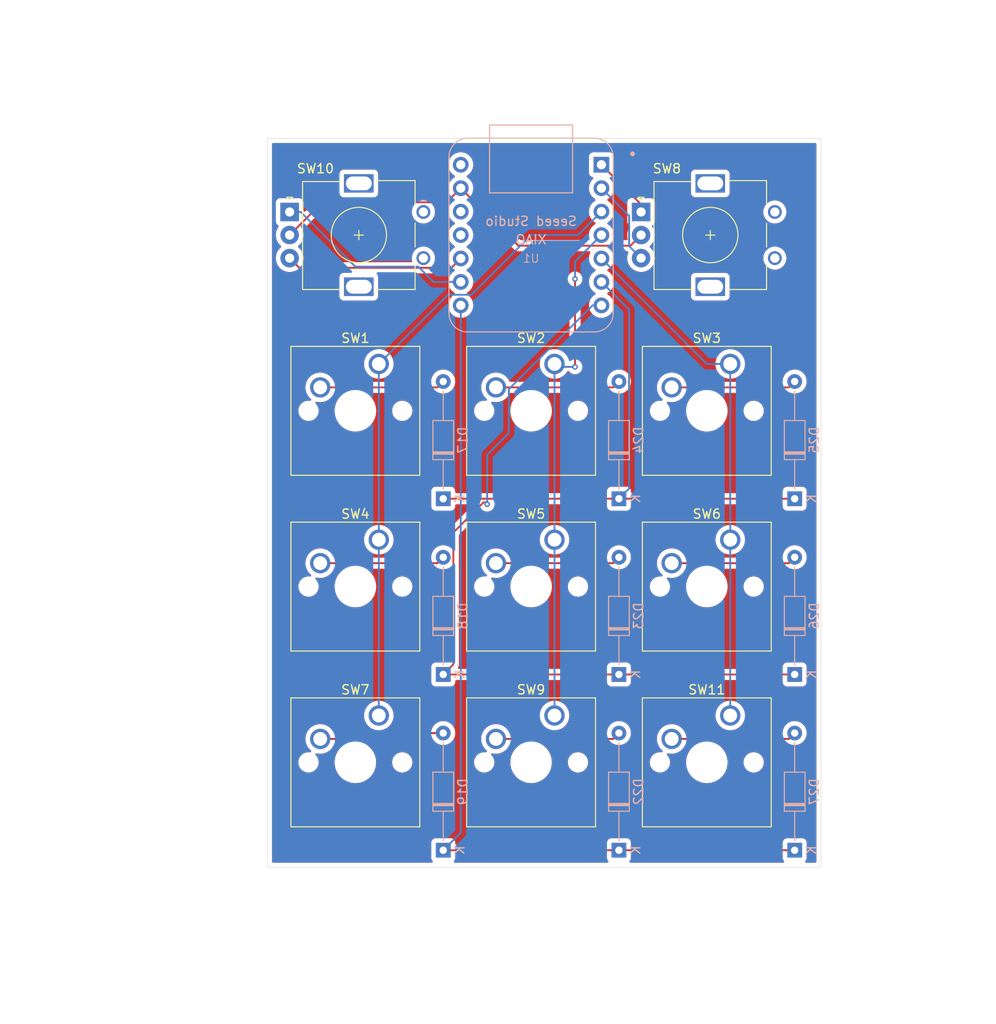
<source format=kicad_pcb>
(kicad_pcb (version 20240108) (generator "pcbnew") (generator_version "8.0")
  (layers (0 "F.Cu" signal) (31 "B.Cu" signal) (34 "B.Paste" user) (35 "F.Paste" user) (36 "B.SilkS" user "B.Silkscreen") (37 "F.SilkS" user "F.Silkscreen") (38 "B.Mask" user) (39 "F.Mask" user) (44 "Edge.Cuts" user))
  (net 0 "")
  (net 1 "Net-(D17-A)")
  (net 2 "R0")
  (net 3 "Net-(D18-A)")
  (net 4 "Net-(D19-A)")
  (net 5 "R1")
  (net 6 "Net-(D22-A)")
  (net 7 "Net-(D23-A)")
  (net 8 "Net-(D24-A)")
  (net 9 "Net-(D25-A)")
  (net 10 "R2")
  (net 11 "Net-(D26-A)")
  (net 12 "Net-(D27-A)")
  (net 13 "C0")
  (net 14 "C1")
  (net 15 "C2")
  (net 18 "RE A2")
  (net 19 "RE A1")
  (net 21 "RE B1")
  (net 22 "RE B2")
  (net 23 "REG")
  (footprint "Button_Switch_Keyboard:SW_Cherry_MX_1.00u_PCB" (layer "F.Cu") (at 145.415 80.645)
    (property "Reference" "SW4" (at -2.54 -2.794 0) (layer "F.SilkS"))
    (property "Value" "SW_Push")
    (fp_line (start -9.525 -1.905) (end 4.445 -1.905) (stroke (width 0.12)) (layer "F.SilkS"))
    (fp_line (start -9.525 12.065) (end -9.525 -1.905) (stroke (width 0.12)) (layer "F.SilkS"))
    (fp_line (start 4.445 -1.905) (end 4.445 12.065) (stroke (width 0.12)) (layer "F.SilkS"))
    (fp_line (start 4.445 12.065) (end -9.525 12.065) (stroke (width 0.12)) (layer "F.SilkS"))
    (pad "" np_thru_hole circle (at -7.62 5.08) (size 1.7 1.7) (drill 1.7) (layers "*.Cu" "*.Mask"))
    (pad "" np_thru_hole circle (at -2.54 5.08) (size 4 4) (drill 4) (layers "*.Cu" "*.Mask"))
    (pad "" np_thru_hole circle (at 2.54 5.08) (size 1.7 1.7) (drill 1.7) (layers "*.Cu" "*.Mask"))
    (pad "1" thru_hole circle (at 0 0) (size 2.2 2.2) (drill 1.5) (layers "*.Cu" "*.Mask") (net 13 "C0"))
    (pad "2" thru_hole circle (at -6.35 2.54) (size 2.2 2.2) (drill 1.5) (layers "*.Cu" "*.Mask") (net 3 "Net-(D18-A)"))
  )
  (footprint "Button_Switch_Keyboard:SW_Cherry_MX_1.00u_PCB" (layer "F.Cu") (at 164.465 61.595)
    (property "Reference" "SW2" (at -2.54 -2.794 0) (layer "F.SilkS"))
    (property "Value" "SW_Push")
    (fp_line (start -9.525 -1.905) (end 4.445 -1.905) (stroke (width 0.12)) (layer "F.SilkS"))
    (fp_line (start -9.525 12.065) (end -9.525 -1.905) (stroke (width 0.12)) (layer "F.SilkS"))
    (fp_line (start 4.445 -1.905) (end 4.445 12.065) (stroke (width 0.12)) (layer "F.SilkS"))
    (fp_line (start 4.445 12.065) (end -9.525 12.065) (stroke (width 0.12)) (layer "F.SilkS"))
    (pad "" np_thru_hole circle (at -7.62 5.08) (size 1.7 1.7) (drill 1.7) (layers "*.Cu" "*.Mask"))
    (pad "" np_thru_hole circle (at -2.54 5.08) (size 4 4) (drill 4) (layers "*.Cu" "*.Mask"))
    (pad "" np_thru_hole circle (at 2.54 5.08) (size 1.7 1.7) (drill 1.7) (layers "*.Cu" "*.Mask"))
    (pad "1" thru_hole circle (at 0 0) (size 2.2 2.2) (drill 1.5) (layers "*.Cu" "*.Mask") (net 14 "C1"))
    (pad "2" thru_hole circle (at -6.35 2.54) (size 2.2 2.2) (drill 1.5) (layers "*.Cu" "*.Mask") (net 8 "Net-(D24-A)"))
  )
  (footprint "Button_Switch_Keyboard:SW_Cherry_MX_1.00u_PCB" (layer "F.Cu") (at 164.465 80.645)
    (property "Reference" "SW5" (at -2.54 -2.794 0) (layer "F.SilkS"))
    (property "Value" "SW_Push")
    (fp_line (start -9.525 -1.905) (end 4.445 -1.905) (stroke (width 0.12)) (layer "F.SilkS"))
    (fp_line (start -9.525 12.065) (end -9.525 -1.905) (stroke (width 0.12)) (layer "F.SilkS"))
    (fp_line (start 4.445 -1.905) (end 4.445 12.065) (stroke (width 0.12)) (layer "F.SilkS"))
    (fp_line (start 4.445 12.065) (end -9.525 12.065) (stroke (width 0.12)) (layer "F.SilkS"))
    (pad "" np_thru_hole circle (at -7.62 5.08) (size 1.7 1.7) (drill 1.7) (layers "*.Cu" "*.Mask"))
    (pad "" np_thru_hole circle (at -2.54 5.08) (size 4 4) (drill 4) (layers "*.Cu" "*.Mask"))
    (pad "" np_thru_hole circle (at 2.54 5.08) (size 1.7 1.7) (drill 1.7) (layers "*.Cu" "*.Mask"))
    (pad "1" thru_hole circle (at 0 0) (size 2.2 2.2) (drill 1.5) (layers "*.Cu" "*.Mask") (net 14 "C1"))
    (pad "2" thru_hole circle (at -6.35 2.54) (size 2.2 2.2) (drill 1.5) (layers "*.Cu" "*.Mask") (net 7 "Net-(D23-A)"))
  )
  (footprint "Button_Switch_Keyboard:SW_Cherry_MX_1.00u_PCB" (layer "F.Cu") (at 164.465 99.695)
    (property "Reference" "SW9" (at -2.54 -2.794 0) (layer "F.SilkS"))
    (property "Value" "SW_Push")
    (fp_line (start -9.525 -1.905) (end 4.445 -1.905) (stroke (width 0.12)) (layer "F.SilkS"))
    (fp_line (start -9.525 12.065) (end -9.525 -1.905) (stroke (width 0.12)) (layer "F.SilkS"))
    (fp_line (start 4.445 -1.905) (end 4.445 12.065) (stroke (width 0.12)) (layer "F.SilkS"))
    (fp_line (start 4.445 12.065) (end -9.525 12.065) (stroke (width 0.12)) (layer "F.SilkS"))
    (pad "" np_thru_hole circle (at -7.62 5.08) (size 1.7 1.7) (drill 1.7) (layers "*.Cu" "*.Mask"))
    (pad "" np_thru_hole circle (at -2.54 5.08) (size 4 4) (drill 4) (layers "*.Cu" "*.Mask"))
    (pad "" np_thru_hole circle (at 2.54 5.08) (size 1.7 1.7) (drill 1.7) (layers "*.Cu" "*.Mask"))
    (pad "1" thru_hole circle (at 0 0) (size 2.2 2.2) (drill 1.5) (layers "*.Cu" "*.Mask") (net 14 "C1"))
    (pad "2" thru_hole circle (at -6.35 2.54) (size 2.2 2.2) (drill 1.5) (layers "*.Cu" "*.Mask") (net 6 "Net-(D22-A)"))
  )
  (footprint "Button_Switch_Keyboard:SW_Cherry_MX_1.00u_PCB" (layer "F.Cu") (at 145.415 99.695)
    (property "Reference" "SW7" (at -2.54 -2.794 0) (layer "F.SilkS"))
    (property "Value" "SW_Push")
    (fp_line (start -9.525 -1.905) (end 4.445 -1.905) (stroke (width 0.12)) (layer "F.SilkS"))
    (fp_line (start -9.525 12.065) (end -9.525 -1.905) (stroke (width 0.12)) (layer "F.SilkS"))
    (fp_line (start 4.445 -1.905) (end 4.445 12.065) (stroke (width 0.12)) (layer "F.SilkS"))
    (fp_line (start 4.445 12.065) (end -9.525 12.065) (stroke (width 0.12)) (layer "F.SilkS"))
    (pad "" np_thru_hole circle (at -7.62 5.08) (size 1.7 1.7) (drill 1.7) (layers "*.Cu" "*.Mask"))
    (pad "" np_thru_hole circle (at -2.54 5.08) (size 4 4) (drill 4) (layers "*.Cu" "*.Mask"))
    (pad "" np_thru_hole circle (at 2.54 5.08) (size 1.7 1.7) (drill 1.7) (layers "*.Cu" "*.Mask"))
    (pad "1" thru_hole circle (at 0 0) (size 2.2 2.2) (drill 1.5) (layers "*.Cu" "*.Mask") (net 13 "C0"))
    (pad "2" thru_hole circle (at -6.35 2.54) (size 2.2 2.2) (drill 1.5) (layers "*.Cu" "*.Mask") (net 4 "Net-(D19-A)"))
  )
  (footprint "Rotary_Encoder:RotaryEncoder_Alps_EC11E_Vertical_H20mm" (layer "F.Cu") (at 173.85 45.125)
    (property "Reference" "SW8" (at 2.8 -4.7 0) (layer "F.SilkS"))
    (property "Value" "RotaryEncoder")
    (fp_line (start -0.3 -1.6) (end 0.3 -1.6) (stroke (width 0.12)) (layer "F.SilkS"))
    (fp_line (start 0 -1.3) (end -0.3 -1.6) (stroke (width 0.12)) (layer "F.SilkS"))
    (fp_line (start 0.3 -1.6) (end 0 -1.3) (stroke (width 0.12)) (layer "F.SilkS"))
    (fp_line (start 1.4 -3.3) (end 1.4 8.4) (stroke (width 0.12)) (layer "F.SilkS"))
    (fp_line (start 5.5 -3.3) (end 1.4 -3.3) (stroke (width 0.12)) (layer "F.SilkS"))
    (fp_line (start 5.5 8.4) (end 1.4 8.4) (stroke (width 0.12)) (layer "F.SilkS"))
    (fp_line (start 7 2.5) (end 8 2.5) (stroke (width 0.12)) (layer "F.SilkS"))
    (fp_line (start 7.5 2) (end 7.5 3) (stroke (width 0.12)) (layer "F.SilkS"))
    (fp_line (start 9.5 -3.4) (end 13.6 -3.4) (stroke (width 0.12)) (layer "F.SilkS"))
    (fp_line (start 13.6 -3.4) (end 13.6 -0.8) (stroke (width 0.12)) (layer "F.SilkS"))
    (fp_line (start 13.6 1.2) (end 13.6 3.8) (stroke (width 0.12)) (layer "F.SilkS"))
    (fp_line (start 13.6 5.8) (end 13.6 8.4) (stroke (width 0.12)) (layer "F.SilkS"))
    (fp_line (start 13.6 8.4) (end 9.5 8.4) (stroke (width 0.12)) (layer "F.SilkS"))
    (fp_circle (center 7.5 2.5) (end 10.5 2.5) (stroke (width 0.12)) (fill none) (layer "F.SilkS"))
    (pad "" thru_hole circle (at 14.5 0) (size 1.5 1.5) (drill 1) (layers "*.Cu" "*.Mask"))
    (pad "" thru_hole circle (at 14.5 5) (size 1.5 1.5) (drill 1) (layers "*.Cu" "*.Mask"))
    (pad "A" thru_hole rect (at 0 0) (size 2 2) (drill 1) (layers "*.Cu" "*.Mask") (net 19 "RE A1"))
    (pad "B" thru_hole circle (at 0 5) (size 2 2) (drill 1) (layers "*.Cu" "*.Mask") (net 21 "RE B1"))
    (pad "C" thru_hole circle (at 0 2.5) (size 2 2) (drill 1) (layers "*.Cu" "*.Mask") (net 23 "REG"))
    (pad "MP" thru_hole rect (at 7.5 -3.1) (size 3.2 2) (drill oval 2.8 1.5) (layers "*.Cu" "*.Mask"))
    (pad "MP" thru_hole rect (at 7.5 8.1) (size 3.2 2) (drill oval 2.8 1.5) (layers "*.Cu" "*.Mask"))
  )
  (footprint "Button_Switch_Keyboard:SW_Cherry_MX_1.00u_PCB" (layer "F.Cu") (at 145.415 61.595)
    (property "Reference" "SW1" (at -2.54 -2.794 0) (layer "F.SilkS"))
    (property "Value" "SW_Push")
    (fp_line (start -9.525 -1.905) (end 4.445 -1.905) (stroke (width 0.12)) (layer "F.SilkS"))
    (fp_line (start -9.525 12.065) (end -9.525 -1.905) (stroke (width 0.12)) (layer "F.SilkS"))
    (fp_line (start 4.445 -1.905) (end 4.445 12.065) (stroke (width 0.12)) (layer "F.SilkS"))
    (fp_line (start 4.445 12.065) (end -9.525 12.065) (stroke (width 0.12)) (layer "F.SilkS"))
    (pad "" np_thru_hole circle (at -7.62 5.08) (size 1.7 1.7) (drill 1.7) (layers "*.Cu" "*.Mask"))
    (pad "" np_thru_hole circle (at -2.54 5.08) (size 4 4) (drill 4) (layers "*.Cu" "*.Mask"))
    (pad "" np_thru_hole circle (at 2.54 5.08) (size 1.7 1.7) (drill 1.7) (layers "*.Cu" "*.Mask"))
    (pad "1" thru_hole circle (at 0 0) (size 2.2 2.2) (drill 1.5) (layers "*.Cu" "*.Mask") (net 13 "C0"))
    (pad "2" thru_hole circle (at -6.35 2.54) (size 2.2 2.2) (drill 1.5) (layers "*.Cu" "*.Mask") (net 1 "Net-(D17-A)"))
  )
  (footprint "Button_Switch_Keyboard:SW_Cherry_MX_1.00u_PCB" (layer "F.Cu") (at 183.515 99.695)
    (property "Reference" "SW11" (at -2.54 -2.794 0) (layer "F.SilkS"))
    (property "Value" "SW_Push")
    (fp_line (start -9.525 -1.905) (end 4.445 -1.905) (stroke (width 0.12)) (layer "F.SilkS"))
    (fp_line (start -9.525 12.065) (end -9.525 -1.905) (stroke (width 0.12)) (layer "F.SilkS"))
    (fp_line (start 4.445 -1.905) (end 4.445 12.065) (stroke (width 0.12)) (layer "F.SilkS"))
    (fp_line (start 4.445 12.065) (end -9.525 12.065) (stroke (width 0.12)) (layer "F.SilkS"))
    (pad "" np_thru_hole circle (at -7.62 5.08) (size 1.7 1.7) (drill 1.7) (layers "*.Cu" "*.Mask"))
    (pad "" np_thru_hole circle (at -2.54 5.08) (size 4 4) (drill 4) (layers "*.Cu" "*.Mask"))
    (pad "" np_thru_hole circle (at 2.54 5.08) (size 1.7 1.7) (drill 1.7) (layers "*.Cu" "*.Mask"))
    (pad "1" thru_hole circle (at 0 0) (size 2.2 2.2) (drill 1.5) (layers "*.Cu" "*.Mask") (net 15 "C2"))
    (pad "2" thru_hole circle (at -6.35 2.54) (size 2.2 2.2) (drill 1.5) (layers "*.Cu" "*.Mask") (net 12 "Net-(D27-A)"))
  )
  (footprint "Button_Switch_Keyboard:SW_Cherry_MX_1.00u_PCB" (layer "F.Cu") (at 183.515 61.595)
    (property "Reference" "SW3" (at -2.54 -2.794 0) (layer "F.SilkS"))
    (property "Value" "SW_Push")
    (fp_line (start -9.525 -1.905) (end 4.445 -1.905) (stroke (width 0.12)) (layer "F.SilkS"))
    (fp_line (start -9.525 12.065) (end -9.525 -1.905) (stroke (width 0.12)) (layer "F.SilkS"))
    (fp_line (start 4.445 -1.905) (end 4.445 12.065) (stroke (width 0.12)) (layer "F.SilkS"))
    (fp_line (start 4.445 12.065) (end -9.525 12.065) (stroke (width 0.12)) (layer "F.SilkS"))
    (pad "" np_thru_hole circle (at -7.62 5.08) (size 1.7 1.7) (drill 1.7) (layers "*.Cu" "*.Mask"))
    (pad "" np_thru_hole circle (at -2.54 5.08) (size 4 4) (drill 4) (layers "*.Cu" "*.Mask"))
    (pad "" np_thru_hole circle (at 2.54 5.08) (size 1.7 1.7) (drill 1.7) (layers "*.Cu" "*.Mask"))
    (pad "1" thru_hole circle (at 0 0) (size 2.2 2.2) (drill 1.5) (layers "*.Cu" "*.Mask") (net 15 "C2"))
    (pad "2" thru_hole circle (at -6.35 2.54) (size 2.2 2.2) (drill 1.5) (layers "*.Cu" "*.Mask") (net 9 "Net-(D25-A)"))
  )
  (footprint "Button_Switch_Keyboard:SW_Cherry_MX_1.00u_PCB" (layer "F.Cu") (at 183.515 80.645)
    (property "Reference" "SW6" (at -2.54 -2.794 0) (layer "F.SilkS"))
    (property "Value" "SW_Push")
    (fp_line (start -9.525 -1.905) (end 4.445 -1.905) (stroke (width 0.12)) (layer "F.SilkS"))
    (fp_line (start -9.525 12.065) (end -9.525 -1.905) (stroke (width 0.12)) (layer "F.SilkS"))
    (fp_line (start 4.445 -1.905) (end 4.445 12.065) (stroke (width 0.12)) (layer "F.SilkS"))
    (fp_line (start 4.445 12.065) (end -9.525 12.065) (stroke (width 0.12)) (layer "F.SilkS"))
    (pad "" np_thru_hole circle (at -7.62 5.08) (size 1.7 1.7) (drill 1.7) (layers "*.Cu" "*.Mask"))
    (pad "" np_thru_hole circle (at -2.54 5.08) (size 4 4) (drill 4) (layers "*.Cu" "*.Mask"))
    (pad "" np_thru_hole circle (at 2.54 5.08) (size 1.7 1.7) (drill 1.7) (layers "*.Cu" "*.Mask"))
    (pad "1" thru_hole circle (at 0 0) (size 2.2 2.2) (drill 1.5) (layers "*.Cu" "*.Mask") (net 15 "C2"))
    (pad "2" thru_hole circle (at -6.35 2.54) (size 2.2 2.2) (drill 1.5) (layers "*.Cu" "*.Mask") (net 11 "Net-(D26-A)"))
  )
  (footprint "Rotary_Encoder:RotaryEncoder_Alps_EC11E_Vertical_H20mm" (layer "F.Cu") (at 135.75 45.125)
    (property "Reference" "SW10" (at 2.8 -4.7 0) (layer "F.SilkS"))
    (property "Value" "RotaryEncoder")
    (fp_line (start -0.3 -1.6) (end 0.3 -1.6) (stroke (width 0.12)) (layer "F.SilkS"))
    (fp_line (start 0 -1.3) (end -0.3 -1.6) (stroke (width 0.12)) (layer "F.SilkS"))
    (fp_line (start 0.3 -1.6) (end 0 -1.3) (stroke (width 0.12)) (layer "F.SilkS"))
    (fp_line (start 1.4 -3.3) (end 1.4 8.4) (stroke (width 0.12)) (layer "F.SilkS"))
    (fp_line (start 5.5 -3.3) (end 1.4 -3.3) (stroke (width 0.12)) (layer "F.SilkS"))
    (fp_line (start 5.5 8.4) (end 1.4 8.4) (stroke (width 0.12)) (layer "F.SilkS"))
    (fp_line (start 7 2.5) (end 8 2.5) (stroke (width 0.12)) (layer "F.SilkS"))
    (fp_line (start 7.5 2) (end 7.5 3) (stroke (width 0.12)) (layer "F.SilkS"))
    (fp_line (start 9.5 -3.4) (end 13.6 -3.4) (stroke (width 0.12)) (layer "F.SilkS"))
    (fp_line (start 13.6 -3.4) (end 13.6 -0.8) (stroke (width 0.12)) (layer "F.SilkS"))
    (fp_line (start 13.6 1.2) (end 13.6 3.8) (stroke (width 0.12)) (layer "F.SilkS"))
    (fp_line (start 13.6 5.8) (end 13.6 8.4) (stroke (width 0.12)) (layer "F.SilkS"))
    (fp_line (start 13.6 8.4) (end 9.5 8.4) (stroke (width 0.12)) (layer "F.SilkS"))
    (fp_circle (center 7.5 2.5) (end 10.5 2.5) (stroke (width 0.12)) (fill none) (layer "F.SilkS"))
    (pad "" thru_hole circle (at 14.5 0) (size 1.5 1.5) (drill 1) (layers "*.Cu" "*.Mask"))
    (pad "" thru_hole circle (at 14.5 5) (size 1.5 1.5) (drill 1) (layers "*.Cu" "*.Mask"))
    (pad "A" thru_hole rect (at 0 0) (size 2 2) (drill 1) (layers "*.Cu" "*.Mask") (net 18 "RE A2"))
    (pad "B" thru_hole circle (at 0 5) (size 2 2) (drill 1) (layers "*.Cu" "*.Mask") (net 22 "RE B2"))
    (pad "C" thru_hole circle (at 0 2.5) (size 2 2) (drill 1) (layers "*.Cu" "*.Mask") (net 23 "REG"))
    (pad "MP" thru_hole rect (at 7.5 -3.1) (size 3.2 2) (drill oval 2.8 1.5) (layers "*.Cu" "*.Mask"))
    (pad "MP" thru_hole rect (at 7.5 8.1) (size 3.2 2) (drill oval 2.8 1.5) (layers "*.Cu" "*.Mask"))
  )
  (footprint "Diode_THT:D_DO-35_SOD27_P12.70mm_Horizontal" (layer "B.Cu") (at 152.4 76.2 90)
    (property "Reference" "D17" (at 6.35 2.12 90) (layer "B.SilkS") (effects (justify mirror)))
    (property "Value" "Diode")
    (fp_line (start 8.47 -1.12) (end 4.23 -1.12) (stroke (width 0.12)) (layer "B.SilkS"))
    (fp_line (start 5.07 -1.12) (end 5.07 1.12) (stroke (width 0.12)) (layer "B.SilkS"))
    (fp_line (start 4.95 -1.12) (end 4.95 1.12) (stroke (width 0.12)) (layer "B.SilkS"))
    (fp_line (start 4.83 -1.12) (end 4.83 1.12) (stroke (width 0.12)) (layer "B.SilkS"))
    (fp_line (start 4.23 -1.12) (end 4.23 1.12) (stroke (width 0.12)) (layer "B.SilkS"))
    (fp_line (start 8.47 0) (end 11.66 0) (stroke (width 0.12)) (layer "B.SilkS"))
    (fp_line (start 4.23 0) (end 1.04 0) (stroke (width 0.12)) (layer "B.SilkS"))
    (fp_line (start 8.47 1.12) (end 8.47 -1.12) (stroke (width 0.12)) (layer "B.SilkS"))
    (fp_line (start 4.23 1.12) (end 8.47 1.12) (stroke (width 0.12)) (layer "B.SilkS"))
    (fp_text user "K" (at 0 1.8 90) (layer "B.SilkS") (effects (justify mirror)))
    (pad "1" thru_hole rect (at 0 0 90) (size 1.6 1.6) (drill 0.8) (layers "*.Cu" "*.Mask") (net 2 "R0"))
    (pad "2" thru_hole oval (at 12.7 0 90) (size 1.6 1.6) (drill 0.8) (layers "*.Cu" "*.Mask") (net 1 "Net-(D17-A)"))
  )
  (footprint "Diode_THT:D_DO-35_SOD27_P12.70mm_Horizontal" (layer "B.Cu") (at 190.5 114.3 90)
    (property "Reference" "D27" (at 6.35 2.12 90) (layer "B.SilkS") (effects (justify mirror)))
    (property "Value" "Diode")
    (fp_line (start 8.47 -1.12) (end 4.23 -1.12) (stroke (width 0.12)) (layer "B.SilkS"))
    (fp_line (start 5.07 -1.12) (end 5.07 1.12) (stroke (width 0.12)) (layer "B.SilkS"))
    (fp_line (start 4.95 -1.12) (end 4.95 1.12) (stroke (width 0.12)) (layer "B.SilkS"))
    (fp_line (start 4.83 -1.12) (end 4.83 1.12) (stroke (width 0.12)) (layer "B.SilkS"))
    (fp_line (start 4.23 -1.12) (end 4.23 1.12) (stroke (width 0.12)) (layer "B.SilkS"))
    (fp_line (start 8.47 0) (end 11.66 0) (stroke (width 0.12)) (layer "B.SilkS"))
    (fp_line (start 4.23 0) (end 1.04 0) (stroke (width 0.12)) (layer "B.SilkS"))
    (fp_line (start 8.47 1.12) (end 8.47 -1.12) (stroke (width 0.12)) (layer "B.SilkS"))
    (fp_line (start 4.23 1.12) (end 8.47 1.12) (stroke (width 0.12)) (layer "B.SilkS"))
    (fp_text user "K" (at 0 1.8 90) (layer "B.SilkS") (effects (justify mirror)))
    (pad "1" thru_hole rect (at 0 0 90) (size 1.6 1.6) (drill 0.8) (layers "*.Cu" "*.Mask") (net 10 "R2"))
    (pad "2" thru_hole oval (at 12.7 0 90) (size 1.6 1.6) (drill 0.8) (layers "*.Cu" "*.Mask") (net 12 "Net-(D27-A)"))
  )
  (footprint "Diode_THT:D_DO-35_SOD27_P12.70mm_Horizontal" (layer "B.Cu") (at 152.4 95.25 90)
    (property "Reference" "D18" (at 6.35 2.12 90) (layer "B.SilkS") (effects (justify mirror)))
    (property "Value" "Diode")
    (fp_line (start 8.47 -1.12) (end 4.23 -1.12) (stroke (width 0.12)) (layer "B.SilkS"))
    (fp_line (start 5.07 -1.12) (end 5.07 1.12) (stroke (width 0.12)) (layer "B.SilkS"))
    (fp_line (start 4.95 -1.12) (end 4.95 1.12) (stroke (width 0.12)) (layer "B.SilkS"))
    (fp_line (start 4.83 -1.12) (end 4.83 1.12) (stroke (width 0.12)) (layer "B.SilkS"))
    (fp_line (start 4.23 -1.12) (end 4.23 1.12) (stroke (width 0.12)) (layer "B.SilkS"))
    (fp_line (start 8.47 0) (end 11.66 0) (stroke (width 0.12)) (layer "B.SilkS"))
    (fp_line (start 4.23 0) (end 1.04 0) (stroke (width 0.12)) (layer "B.SilkS"))
    (fp_line (start 8.47 1.12) (end 8.47 -1.12) (stroke (width 0.12)) (layer "B.SilkS"))
    (fp_line (start 4.23 1.12) (end 8.47 1.12) (stroke (width 0.12)) (layer "B.SilkS"))
    (fp_text user "K" (at 0 1.8 90) (layer "B.SilkS") (effects (justify mirror)))
    (pad "1" thru_hole rect (at 0 0 90) (size 1.6 1.6) (drill 0.8) (layers "*.Cu" "*.Mask") (net 5 "R1"))
    (pad "2" thru_hole oval (at 12.7 0 90) (size 1.6 1.6) (drill 0.8) (layers "*.Cu" "*.Mask") (net 3 "Net-(D18-A)"))
  )
  (footprint "Diode_THT:D_DO-35_SOD27_P12.70mm_Horizontal" (layer "B.Cu") (at 190.5 76.2 90)
    (property "Reference" "D25" (at 6.35 2.12 90) (layer "B.SilkS") (effects (justify mirror)))
    (property "Value" "Diode")
    (fp_line (start 8.47 -1.12) (end 4.23 -1.12) (stroke (width 0.12)) (layer "B.SilkS"))
    (fp_line (start 5.07 -1.12) (end 5.07 1.12) (stroke (width 0.12)) (layer "B.SilkS"))
    (fp_line (start 4.95 -1.12) (end 4.95 1.12) (stroke (width 0.12)) (layer "B.SilkS"))
    (fp_line (start 4.83 -1.12) (end 4.83 1.12) (stroke (width 0.12)) (layer "B.SilkS"))
    (fp_line (start 4.23 -1.12) (end 4.23 1.12) (stroke (width 0.12)) (layer "B.SilkS"))
    (fp_line (start 8.47 0) (end 11.66 0) (stroke (width 0.12)) (layer "B.SilkS"))
    (fp_line (start 4.23 0) (end 1.04 0) (stroke (width 0.12)) (layer "B.SilkS"))
    (fp_line (start 8.47 1.12) (end 8.47 -1.12) (stroke (width 0.12)) (layer "B.SilkS"))
    (fp_line (start 4.23 1.12) (end 8.47 1.12) (stroke (width 0.12)) (layer "B.SilkS"))
    (fp_text user "K" (at 0 1.8 90) (layer "B.SilkS") (effects (justify mirror)))
    (pad "1" thru_hole rect (at 0 0 90) (size 1.6 1.6) (drill 0.8) (layers "*.Cu" "*.Mask") (net 2 "R0"))
    (pad "2" thru_hole oval (at 12.7 0 90) (size 1.6 1.6) (drill 0.8) (layers "*.Cu" "*.Mask") (net 9 "Net-(D25-A)"))
  )
  (footprint "Diode_THT:D_DO-35_SOD27_P12.70mm_Horizontal" (layer "B.Cu") (at 171.45 76.2 90)
    (property "Reference" "D24" (at 6.35 2.12 90) (layer "B.SilkS") (effects (justify mirror)))
    (property "Value" "Diode")
    (fp_line (start 8.47 -1.12) (end 4.23 -1.12) (stroke (width 0.12)) (layer "B.SilkS"))
    (fp_line (start 5.07 -1.12) (end 5.07 1.12) (stroke (width 0.12)) (layer "B.SilkS"))
    (fp_line (start 4.95 -1.12) (end 4.95 1.12) (stroke (width 0.12)) (layer "B.SilkS"))
    (fp_line (start 4.83 -1.12) (end 4.83 1.12) (stroke (width 0.12)) (layer "B.SilkS"))
    (fp_line (start 4.23 -1.12) (end 4.23 1.12) (stroke (width 0.12)) (layer "B.SilkS"))
    (fp_line (start 8.47 0) (end 11.66 0) (stroke (width 0.12)) (layer "B.SilkS"))
    (fp_line (start 4.23 0) (end 1.04 0) (stroke (width 0.12)) (layer "B.SilkS"))
    (fp_line (start 8.47 1.12) (end 8.47 -1.12) (stroke (width 0.12)) (layer "B.SilkS"))
    (fp_line (start 4.23 1.12) (end 8.47 1.12) (stroke (width 0.12)) (layer "B.SilkS"))
    (fp_text user "K" (at 0 1.8 90) (layer "B.SilkS") (effects (justify mirror)))
    (pad "1" thru_hole rect (at 0 0 90) (size 1.6 1.6) (drill 0.8) (layers "*.Cu" "*.Mask") (net 2 "R0"))
    (pad "2" thru_hole oval (at 12.7 0 90) (size 1.6 1.6) (drill 0.8) (layers "*.Cu" "*.Mask") (net 8 "Net-(D24-A)"))
  )
  (footprint "symbols:XIAO-Generic-Thruhole-14P-2.54-21X17.8MM" (layer "B.Cu") (at 161.925 47.625 180)
    (property "Reference" "U1" (at 0 -2.54 0) (layer "B.SilkS") (effects (font (size 0.889 0.889) (thickness 0.1016)) (justify mirror)))
    (property "Value" "Seeed Studio XIAO SAMD21" (hide yes))
    (fp_line (start 8.9 8.5) (end 8.9 -8.5) (stroke (width 0.127)) (layer "B.SilkS"))
    (fp_line (start 6.9 -10.5) (end -6.9 -10.5) (stroke (width 0.127)) (layer "B.SilkS"))
    (fp_line (start 4.5 11.92403) (end -4.5 11.92403) (stroke (width 0.127)) (layer "B.SilkS"))
    (fp_line (start 4.5 4.57073) (end 4.5 11.92403) (stroke (width 0.127)) (layer "B.SilkS"))
    (fp_line (start -4.5 11.92403) (end -4.5 4.57073) (stroke (width 0.127)) (layer "B.SilkS"))
    (fp_line (start -4.5 4.57073) (end 4.5 4.57073) (stroke (width 0.127)) (layer "B.SilkS"))
    (fp_line (start -6.9 10.49909) (end 6.9 10.49909) (stroke (width 0.127)) (layer "B.SilkS"))
    (fp_line (start -8.9 -8.5) (end -8.9 8.5) (stroke (width 0.127)) (layer "B.SilkS"))
    (fp_arc (start 8.9 8.5) (mid 8.301492 9.901492) (end 6.9 10.5) (stroke (width 0.12)) (layer "B.SilkS"))
    (fp_arc (start 6.9 -10.5) (mid 8.314214 -9.914214) (end 8.9 -8.5) (stroke (width 0.12)) (layer "B.SilkS"))
    (fp_arc (start -6.9 10.5) (mid -8.301491 9.901491) (end -8.9 8.5) (stroke (width 0.12)) (layer "B.SilkS"))
    (fp_arc (start -8.9 -8.5) (mid -8.301423 -9.901423) (end -6.9 -10.5) (stroke (width 0.12)) (layer "B.SilkS"))
    (fp_circle (center -11 8.8) (end -11 9.054) (fill solid) (layer "B.SilkS"))
    (fp_poly (pts (xy -8.887715 8.561705) (xy -8.884667 8.610473) (xy -8.880603 8.659494)) (stroke (width 0.0254)) (fill none) (layer "B.SilkS"))
    (fp_poly (pts (xy 8.889492 -8.521574) (xy 8.887713 -8.57085) (xy 8.884665 -8.619618) (xy 8.880601 -8.668639) (xy 8.875268 -8.717407) (xy 8.868664 -8.766175) (xy 8.861044 -8.81469) (xy 8.852153 -8.86295) (xy 8.842248 -8.910955)) (stroke (width 0.0254)) (fill none) (layer "B.SilkS"))
    (fp_text user "XIAO" (at 0 -0.5 0) (layer "B.SilkS") (effects (justify mirror)))
    (fp_text user "Seeed Studio" (at 0 1.5 0) (layer "B.SilkS") (effects (justify mirror)))
    (pad "1" thru_hole rect (at -7.625 7.62 180) (size 1.7 1.7) (drill 1) (layers "*.Cu" "*.Mask") (net 19 "RE A1"))
    (pad "2" thru_hole circle (at -7.625 5.08 180) (size 1.7 1.7) (drill 1) (layers "*.Cu" "*.Mask") (net 21 "RE B1"))
    (pad "3" thru_hole circle (at -7.625 2.54 180) (size 1.7 1.7) (drill 1) (layers "*.Cu" "*.Mask") (net 13 "C0"))
    (pad "4" thru_hole circle (at -7.625 0 180) (size 1.7 1.7) (drill 1) (layers "*.Cu" "*.Mask") (net 14 "C1"))
    (pad "5" thru_hole circle (at -7.625 -2.54 180) (size 1.7 1.7) (drill 1) (layers "*.Cu" "*.Mask") (net 15 "C2"))
    (pad "6" thru_hole circle (at -7.625 -5.08) (size 1.7 1.7) (drill 1) (layers "*.Cu" "*.Mask") (net 2 "R0"))
    (pad "7" thru_hole circle (at -7.625 -7.62 180) (size 1.7 1.7) (drill 1) (layers "*.Cu" "*.Mask") (net 5 "R1"))
    (pad "8" thru_hole circle (at 7.625 -7.62 180) (size 1.7 1.7) (drill 1) (layers "*.Cu" "*.Mask") (net 10 "R2"))
    (pad "9" thru_hole circle (at 7.625 -5.08 180) (size 1.7 1.7) (drill 1) (layers "*.Cu" "*.Mask") (net 18 "RE A2"))
    (pad "10" thru_hole circle (at 7.625 -2.54 180) (size 1.7 1.7) (drill 1) (layers "*.Cu" "*.Mask") (net 22 "RE B2"))
    (pad "11" thru_hole circle (at 7.625 0 180) (size 1.7 1.7) (drill 1) (layers "*.Cu" "*.Mask"))
    (pad "12" thru_hole circle (at 7.625 2.54 180) (size 1.7 1.7) (drill 1) (layers "*.Cu" "*.Mask"))
    (pad "13" thru_hole circle (at 7.625 5.08 180) (size 1.7 1.7) (drill 1) (layers "*.Cu" "*.Mask") (net 23 "REG"))
    (pad "14" thru_hole circle (at 7.625 7.62 180) (size 1.7 1.7) (drill 1) (layers "*.Cu" "*.Mask"))
  )
  (footprint "Diode_THT:D_DO-35_SOD27_P12.70mm_Horizontal" (layer "B.Cu") (at 171.45 114.3 90)
    (property "Reference" "D22" (at 6.35 2.12 90) (layer "B.SilkS") (effects (justify mirror)))
    (property "Value" "Diode")
    (fp_line (start 8.47 -1.12) (end 4.23 -1.12) (stroke (width 0.12)) (layer "B.SilkS"))
    (fp_line (start 5.07 -1.12) (end 5.07 1.12) (stroke (width 0.12)) (layer "B.SilkS"))
    (fp_line (start 4.95 -1.12) (end 4.95 1.12) (stroke (width 0.12)) (layer "B.SilkS"))
    (fp_line (start 4.83 -1.12) (end 4.83 1.12) (stroke (width 0.12)) (layer "B.SilkS"))
    (fp_line (start 4.23 -1.12) (end 4.23 1.12) (stroke (width 0.12)) (layer "B.SilkS"))
    (fp_line (start 8.47 0) (end 11.66 0) (stroke (width 0.12)) (layer "B.SilkS"))
    (fp_line (start 4.23 0) (end 1.04 0) (stroke (width 0.12)) (layer "B.SilkS"))
    (fp_line (start 8.47 1.12) (end 8.47 -1.12) (stroke (width 0.12)) (layer "B.SilkS"))
    (fp_line (start 4.23 1.12) (end 8.47 1.12) (stroke (width 0.12)) (layer "B.SilkS"))
    (fp_text user "K" (at 0 1.8 90) (layer "B.SilkS") (effects (justify mirror)))
    (pad "1" thru_hole rect (at 0 0 90) (size 1.6 1.6) (drill 0.8) (layers "*.Cu" "*.Mask") (net 10 "R2"))
    (pad "2" thru_hole oval (at 12.7 0 90) (size 1.6 1.6) (drill 0.8) (layers "*.Cu" "*.Mask") (net 6 "Net-(D22-A)"))
  )
  (footprint "Diode_THT:D_DO-35_SOD27_P12.70mm_Horizontal" (layer "B.Cu") (at 152.4 114.3 90)
    (property "Reference" "D19" (at 6.35 2.12 90) (layer "B.SilkS") (effects (justify mirror)))
    (property "Value" "Diode")
    (fp_line (start 8.47 -1.12) (end 4.23 -1.12) (stroke (width 0.12)) (layer "B.SilkS"))
    (fp_line (start 5.07 -1.12) (end 5.07 1.12) (stroke (width 0.12)) (layer "B.SilkS"))
    (fp_line (start 4.95 -1.12) (end 4.95 1.12) (stroke (width 0.12)) (layer "B.SilkS"))
    (fp_line (start 4.83 -1.12) (end 4.83 1.12) (stroke (width 0.12)) (layer "B.SilkS"))
    (fp_line (start 4.23 -1.12) (end 4.23 1.12) (stroke (width 0.12)) (layer "B.SilkS"))
    (fp_line (start 8.47 0) (end 11.66 0) (stroke (width 0.12)) (layer "B.SilkS"))
    (fp_line (start 4.23 0) (end 1.04 0) (stroke (width 0.12)) (layer "B.SilkS"))
    (fp_line (start 8.47 1.12) (end 8.47 -1.12) (stroke (width 0.12)) (layer "B.SilkS"))
    (fp_line (start 4.23 1.12) (end 8.47 1.12) (stroke (width 0.12)) (layer "B.SilkS"))
    (fp_text user "K" (at 0 1.8 90) (layer "B.SilkS") (effects (justify mirror)))
    (pad "1" thru_hole rect (at 0 0 90) (size 1.6 1.6) (drill 0.8) (layers "*.Cu" "*.Mask") (net 10 "R2"))
    (pad "2" thru_hole oval (at 12.7 0 90) (size 1.6 1.6) (drill 0.8) (layers "*.Cu" "*.Mask") (net 4 "Net-(D19-A)"))
  )
  (footprint "Diode_THT:D_DO-35_SOD27_P12.70mm_Horizontal" (layer "B.Cu") (at 190.5 95.25 90)
    (property "Reference" "D26" (at 6.35 2.12 90) (layer "B.SilkS") (effects (justify mirror)))
    (property "Value" "Diode")
    (fp_line (start 8.47 -1.12) (end 4.23 -1.12) (stroke (width 0.12)) (layer "B.SilkS"))
    (fp_line (start 5.07 -1.12) (end 5.07 1.12) (stroke (width 0.12)) (layer "B.SilkS"))
    (fp_line (start 4.95 -1.12) (end 4.95 1.12) (stroke (width 0.12)) (layer "B.SilkS"))
    (fp_line (start 4.83 -1.12) (end 4.83 1.12) (stroke (width 0.12)) (layer "B.SilkS"))
    (fp_line (start 4.23 -1.12) (end 4.23 1.12) (stroke (width 0.12)) (layer "B.SilkS"))
    (fp_line (start 8.47 0) (end 11.66 0) (stroke (width 0.12)) (layer "B.SilkS"))
    (fp_line (start 4.23 0) (end 1.04 0) (stroke (width 0.12)) (layer "B.SilkS"))
    (fp_line (start 8.47 1.12) (end 8.47 -1.12) (stroke (width 0.12)) (layer "B.SilkS"))
    (fp_line (start 4.23 1.12) (end 8.47 1.12) (stroke (width 0.12)) (layer "B.SilkS"))
    (fp_text user "K" (at 0 1.8 90) (layer "B.SilkS") (effects (justify mirror)))
    (pad "1" thru_hole rect (at 0 0 90) (size 1.6 1.6) (drill 0.8) (layers "*.Cu" "*.Mask") (net 5 "R1"))
    (pad "2" thru_hole oval (at 12.7 0 90) (size 1.6 1.6) (drill 0.8) (layers "*.Cu" "*.Mask") (net 11 "Net-(D26-A)"))
  )
  (footprint "Diode_THT:D_DO-35_SOD27_P12.70mm_Horizontal" (layer "B.Cu") (at 171.45 95.25 90)
    (property "Reference" "D23" (at 6.35 2.12 90) (layer "B.SilkS") (effects (justify mirror)))
    (property "Value" "Diode")
    (fp_line (start 8.47 -1.12) (end 4.23 -1.12) (stroke (width 0.12)) (layer "B.SilkS"))
    (fp_line (start 5.07 -1.12) (end 5.07 1.12) (stroke (width 0.12)) (layer "B.SilkS"))
    (fp_line (start 4.95 -1.12) (end 4.95 1.12) (stroke (width 0.12)) (layer "B.SilkS"))
    (fp_line (start 4.83 -1.12) (end 4.83 1.12) (stroke (width 0.12)) (layer "B.SilkS"))
    (fp_line (start 4.23 -1.12) (end 4.23 1.12) (stroke (width 0.12)) (layer "B.SilkS"))
    (fp_line (start 8.47 0) (end 11.66 0) (stroke (width 0.12)) (layer "B.SilkS"))
    (fp_line (start 4.23 0) (end 1.04 0) (stroke (width 0.12)) (layer "B.SilkS"))
    (fp_line (start 8.47 1.12) (end 8.47 -1.12) (stroke (width 0.12)) (layer "B.SilkS"))
    (fp_line (start 4.23 1.12) (end 8.47 1.12) (stroke (width 0.12)) (layer "B.SilkS"))
    (fp_text user "K" (at 0 1.8 90) (layer "B.SilkS") (effects (justify mirror)))
    (pad "1" thru_hole rect (at 0 0 90) (size 1.6 1.6) (drill 0.8) (layers "*.Cu" "*.Mask") (net 5 "R1"))
    (pad "2" thru_hole oval (at 12.7 0 90) (size 1.6 1.6) (drill 0.8) (layers "*.Cu" "*.Mask") (net 7 "Net-(D23-A)"))
  )
  (gr_rect (start 133.35 37.15) (end 193.35 116.15) (stroke (width 0.05)) (fill none) (layer "Edge.Cuts"))
  (segment (start 139.065 64.135) (end 151.765 64.135) (width 0.2) (layer "F.Cu") (net 1))
  (segment (start 151.765 64.135) (end 152.4 63.5) (width 0.2) (layer "F.Cu") (net 1))
  (segment (start 152.4 76.2) (end 190.5 76.2) (width 0.2) (layer "F.Cu") (net 2))
  (segment (start 172.55 75.1) (end 171.45 76.2) (width 0.2) (layer "B.Cu") (net 2))
  (segment (start 169.55 52.705) (end 172.55 55.705) (width 0.2) (layer "B.Cu") (net 2))
  (segment (start 172.55 55.705) (end 172.55 75.1) (width 0.2) (layer "B.Cu") (net 2))
  (segment (start 151.765 83.185) (end 152.4 82.55) (width 0.2) (layer "F.Cu") (net 3))
  (segment (start 139.065 83.185) (end 151.765 83.185) (width 0.2) (layer "F.Cu") (net 3))
  (segment (start 150.1775 102.235) (end 150.8125 101.6) (width 0.2) (layer "F.Cu") (net 4))
  (segment (start 150.8125 101.6) (end 152.4 101.6) (width 0.2) (layer "F.Cu") (net 4))
  (segment (start 139.065 102.235) (end 150.1775 102.235) (width 0.2) (layer "F.Cu") (net 4))
  (segment (start 152.4 95.25) (end 190.5 95.25) (width 0.2) (layer "F.Cu") (net 5))
  (segment (start 156.7625 76.6) (end 157.1625 76.6) (width 0.2) (layer "F.Cu") (net 5))
  (segment (start 153.5 79.8625) (end 156.7625 76.6) (width 0.2) (layer "F.Cu") (net 5))
  (segment (start 152.4 95.25) (end 153.5 94.15) (width 0.2) (layer "F.Cu") (net 5))
  (segment (start 157.1625 76.6) (end 157.1625 76.8) (width 0.2) (layer "F.Cu") (net 5))
  (segment (start 153.5 94.15) (end 153.5 79.8625) (width 0.2) (layer "F.Cu") (net 5))
  (via (at 157.1625 76.8) (size 0.6) (drill 0.3) (layers "F.Cu" "B.Cu") (net 5))
  (segment (start 157.1625 71.4375) (end 159.515 69.085) (width 0.2) (layer "B.Cu") (net 5))
  (segment (start 159.515 69.085) (end 159.515 64.3225) (width 0.2) (layer "B.Cu") (net 5))
  (segment (start 157.1625 76.8) (end 157.1625 71.4375) (width 0.2) (layer "B.Cu") (net 5))
  (segment (start 159.515 64.3225) (end 168.5925 55.245) (width 0.2) (layer "B.Cu") (net 5))
  (segment (start 168.5925 55.245) (end 169.55 55.245) (width 0.2) (layer "B.Cu") (net 5))
  (segment (start 170.815 102.235) (end 171.45 101.6) (width 0.2) (layer "F.Cu") (net 6))
  (segment (start 158.115 102.235) (end 170.815 102.235) (width 0.2) (layer "F.Cu") (net 6))
  (segment (start 170.815 83.185) (end 171.45 82.55) (width 0.2) (layer "F.Cu") (net 7))
  (segment (start 158.115 83.185) (end 170.815 83.185) (width 0.2) (layer "F.Cu") (net 7))
  (segment (start 170.815 64.135) (end 171.45 63.5) (width 0.2) (layer "F.Cu") (net 8))
  (segment (start 158.115 64.135) (end 170.815 64.135) (width 0.2) (layer "F.Cu") (net 8))
  (segment (start 177.165 64.135) (end 189.865 64.135) (width 0.2) (layer "F.Cu") (net 9))
  (segment (start 189.865 64.135) (end 190.5 63.5) (width 0.2) (layer "F.Cu") (net 9))
  (segment (start 152.4 114.3) (end 190.5 114.3) (width 0.2) (layer "F.Cu") (net 10))
  (segment (start 154.3 55.245) (end 154.3 112.4) (width 0.2) (layer "B.Cu") (net 10))
  (segment (start 154.3 112.4) (end 152.4 114.3) (width 0.2) (layer "B.Cu") (net 10))
  (segment (start 189.865 83.185) (end 190.5 82.55) (width 0.2) (layer "F.Cu") (net 11))
  (segment (start 177.165 83.185) (end 189.865 83.185) (width 0.2) (layer "F.Cu") (net 11))
  (segment (start 177.165 102.235) (end 189.865 102.235) (width 0.2) (layer "F.Cu") (net 12))
  (segment (start 189.865 102.235) (end 190.5 101.6) (width 0.2) (layer "F.Cu") (net 12))
  (segment (start 145.415 61.595) (end 145.415 99.695) (width 0.2) (layer "B.Cu") (net 13))
  (segment (start 169.55 45.085) (end 167.01 47.625) (width 0.2) (layer "B.Cu") (net 13))
  (segment (start 167.01 47.625) (end 161.925 47.625) (width 0.2) (layer "B.Cu") (net 13))
  (segment (start 155.455 54.095) (end 152.915 54.095) (width 0.2) (layer "B.Cu") (net 13))
  (segment (start 161.925 47.625) (end 155.455 54.095) (width 0.2) (layer "B.Cu") (net 13))
  (segment (start 152.915 54.095) (end 145.415 61.595) (width 0.2) (layer "B.Cu") (net 13))
  (segment (start 166.6875 52.3875) (end 166.6875 61.9125) (width 0.2) (layer "F.Cu") (net 14))
  (via (at 166.6875 61.9125) (size 0.6) (drill 0.3) (layers "F.Cu" "B.Cu") (net 14))
  (via (at 166.6875 52.3875) (size 0.6) (drill 0.3) (layers "F.Cu" "B.Cu") (net 14))
  (segment (start 166.6875 50.4875) (end 166.6875 52.3875) (width 0.2) (layer "B.Cu") (net 14))
  (segment (start 169.55 47.625) (end 166.6875 50.4875) (width 0.2) (layer "B.Cu") (net 14))
  (segment (start 164.465 61.595) (end 164.465 99.695) (width 0.2) (layer "B.Cu") (net 14))
  (segment (start 166.6875 61.9125) (end 164.7825 61.9125) (width 0.2) (layer "B.Cu") (net 14))
  (segment (start 164.7825 61.9125) (end 164.465 61.595) (width 0.2) (layer "B.Cu") (net 14))
  (segment (start 180.98 61.595) (end 169.55 50.165) (width 0.2) (layer "B.Cu") (net 15))
  (segment (start 183.515 61.595) (end 180.98 61.595) (width 0.2) (layer "B.Cu") (net 15))
  (segment (start 183.515 61.595) (end 183.515 99.695) (width 0.2) (layer "B.Cu") (net 15))
  (segment (start 135.75 45.125) (end 136.95 45.125) (width 0.2) (layer "B.Cu") (net 18))
  (segment (start 136.95 45.125) (end 142.875 51.05) (width 0.2) (layer "B.Cu") (net 18))
  (segment (start 151.345075 52.705) (end 154.3 52.705) (width 0.2) (layer "B.Cu") (net 18))
  (segment (start 149.690075 51.05) (end 151.345075 52.705) (width 0.2) (layer "B.Cu") (net 18))
  (segment (start 142.875 51.05) (end 149.690075 51.05) (width 0.2) (layer "B.Cu") (net 18))
  (segment (start 173.85 45.125) (end 173.85 44.305) (width 0.2) (layer "F.Cu") (net 19))
  (segment (start 173.85 44.305) (end 169.55 40.005) (width 0.2) (layer "F.Cu") (net 19))
  (segment (start 169.55 42.545) (end 172.55 45.545) (width 0.2) (layer "B.Cu") (net 21))
  (segment (start 172.55 45.545) (end 172.55 48.825) (width 0.2) (layer "B.Cu") (net 21))
  (segment (start 172.55 48.825) (end 173.85 50.125) (width 0.2) (layer "B.Cu") (net 21))
  (segment (start 135.75 50.125) (end 136.8 51.175) (width 0.2) (layer "F.Cu") (net 22))
  (segment (start 153.29 51.175) (end 154.3 50.165) (width 0.2) (layer "F.Cu") (net 22))
  (segment (start 136.8 51.175) (end 153.29 51.175) (width 0.2) (layer "F.Cu") (net 22))
  (segment (start 173.85 47.625) (end 172.7 48.775) (width 0.2) (layer "F.Cu") (net 23))
  (segment (start 172.7 48.775) (end 160.53 48.775) (width 0.2) (layer "F.Cu") (net 23))
  (segment (start 139.3 44.075) (end 152.77 44.075) (width 0.2) (layer "F.Cu") (net 23))
  (segment (start 152.77 44.075) (end 154.3 42.545) (width 0.2) (layer "F.Cu") (net 23))
  (segment (start 160.53 48.775) (end 154.3 42.545) (width 0.2) (layer "F.Cu") (net 23))
  (segment (start 135.75 47.625) (end 139.3 44.075) (width 0.2) (layer "F.Cu") (net 23))
  (zone (net 0) (net_name "") (layers "F&B.Cu") (connect_pads (clearance 0.5)) (min_thickness 0.25) (fill yes (thermal_gap 0.5) (thermal_bridge_width 0.5) (island_removal_mode 1) (island_area_min 10))
    (polygon (pts (xy 104.35 23.15) (xy 212.35 22.15) (xy 210.35 133.15) (xy 105.35 129.15)))
  )
)
</source>
